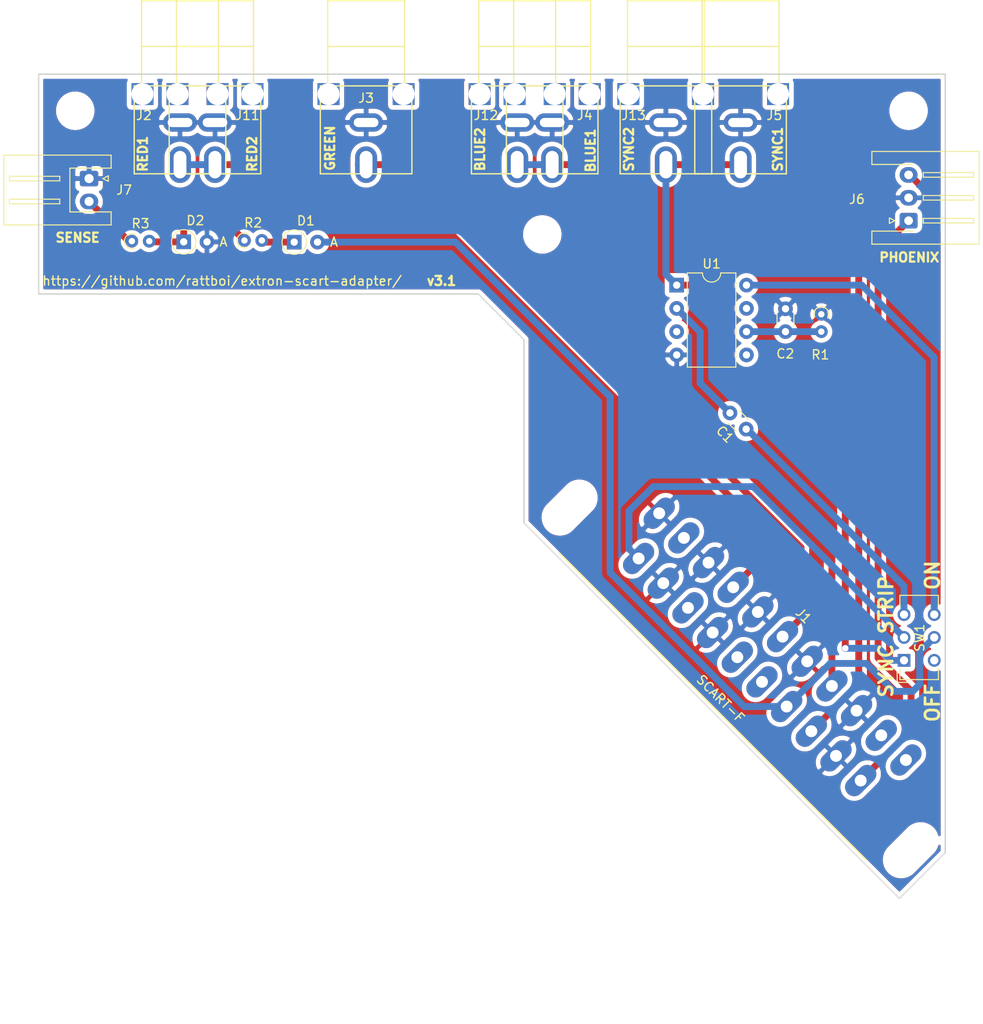
<source format=kicad_pcb>
(kicad_pcb (version 20190516) (host pcbnew "(5.1.0-1062-ge16bf40e6)")
  (layers (0 "F.Cu" signal) (31 "B.Cu" signal) (34 "B.Paste" user) (35 "F.Paste" user) (36 "B.SilkS" user) (37 "F.SilkS" user) (38 "B.Mask" user) (39 "F.Mask" user) (44 "Edge.Cuts" user))
  (net 0 "")
  (net 1 "GND")
  (net 2 "RED")
  (net 3 "SYNC")
  (net 4 "GREEN")
  (net 5 "BLUE")
  (net 6 "Net-(J1-Pad1)")
  (net 7 "Net-(J1-Pad16)")
  (net 8 "Net-(J1-Pad10)")
  (net 9 "Net-(J1-Pad12)")
  (net 10 "Net-(J1-Pad3)")
  (net 11 "Net-(J1-Pad19)")
  (net 12 "Net-(J1-Pad20)")
  (net 13 "Net-(J1-Pad2)")
  (net 14 "Net-(J1-Pad6)")
  (net 15 "Net-(C2-Pad1)")
  (net 16 "Net-(U1-Pad5)")
  (net 17 "Net-(C1-Pad2)")
  (net 18 "Net-(U1-Pad3)")
  (net 19 "Net-(U1-Pad7)")
  (net 20 "Net-(SW1-Pad6)")
  (net 21 "Net-(C1-Pad1)")
  (net 22 "Net-(SW1-Pad4)")
  (net 23 "Net-(J8-Pad1)")
  (net 24 "Net-(J10-Pad1)")
  (net 25 "SENSE")
  (net 26 "Net-(J7-Pad2)")
  (net 27 "Net-(D2-Pad1)")
  (net 28 "Net-(D1-Pad1)")
  (net 29 "Net-(J9-Pad1)")
  (module "extron-input:SCART_F_RA" (layer "F.Cu") (at 153.6436 141 135)
    (fp_text reference "J1" (at 0 8.3185 135) (layer "F.SilkS"))
    (fp_text value "SCART-F" (at 0 -4.5085 135) (layer "F.SilkS"))
    (fp_line (start -23.7 -5.7) (end 23.7 -5.7) (layer "F.SilkS") (width 0.15))
    (pad "" np_thru_hole oval (at 26.4 -1.4 135) (size 3 6) (drill oval 3 6) (layers *.Cu *.Mask))
    (pad "9" thru_hole oval (at -3.81 5.08 135) (size 2 4) (drill 1.3) (layers *.Cu *.Mask) (net 1 "GND"))
    (pad "8" thru_hole oval (at -5.715 0 135) (size 2 4) (drill 1.3) (layers *.Cu *.Mask) (net 25 "SENSE"))
    (pad "7" thru_hole oval (at -7.62 5.08 135) (size 2 4) (drill 1.3) (layers *.Cu *.Mask) (net 5 "BLUE"))
    (pad "6" thru_hole oval (at -9.525 0 135) (size 2 4) (drill 1.3) (layers *.Cu *.Mask) (net 14 "Net-(J1-Pad6)"))
    (pad "5" thru_hole oval (at -11.43 5.08 135) (size 2 4) (drill 1.3) (layers *.Cu *.Mask) (net 1 "GND"))
    (pad "4" thru_hole oval (at -13.335 0 135) (size 2 4) (drill 1.3) (layers *.Cu *.Mask) (net 1 "GND"))
    (pad "3" thru_hole oval (at -15.24 5.08 135) (size 2 4) (drill 1.3) (layers *.Cu *.Mask) (net 10 "Net-(J1-Pad3)"))
    (pad "2" thru_hole oval (at -17.145 0 135) (size 2 4) (drill 1.3) (layers *.Cu *.Mask) (net 13 "Net-(J1-Pad2)"))
    (pad "1" thru_hole oval (at -19.05 5.08 135) (size 2 4) (drill 1.3) (layers *.Cu *.Mask) (net 6 "Net-(J1-Pad1)"))
    (pad "21" thru_hole oval (at 19.05 5.08 135) (size 2 4) (drill 1.3) (layers *.Cu *.Mask) (net 1 "GND"))
    (pad "20" thru_hole oval (at 17.145 0 135) (size 2 4) (drill 1.3) (layers *.Cu *.Mask) (net 12 "Net-(J1-Pad20)"))
    (pad "19" thru_hole oval (at 15.24 5.08 135) (size 2 4) (drill 1.3) (layers *.Cu *.Mask) (net 11 "Net-(J1-Pad19)"))
    (pad "18" thru_hole oval (at 13.335 0 135) (size 2 4) (drill 1.3) (layers *.Cu *.Mask) (net 1 "GND"))
    (pad "17" thru_hole oval (at 11.43 5.08 135) (size 2 4) (drill 1.3) (layers *.Cu *.Mask) (net 1 "GND"))
    (pad "16" thru_hole oval (at 9.525 0 135) (size 2 4) (drill 1.3) (layers *.Cu *.Mask) (net 7 "Net-(J1-Pad16)"))
    (pad "15" thru_hole oval (at 7.62 5.08 135) (size 2 4) (drill 1.3) (layers *.Cu *.Mask) (net 2 "RED"))
    (pad "13" thru_hole oval (at 3.81 5.08 135) (size 2 4) (drill 1.3) (layers *.Cu *.Mask) (net 1 "GND"))
    (pad "11" thru_hole oval (at 0 5.08 135) (size 2 4) (drill 1.3) (layers *.Cu *.Mask) (net 4 "GREEN"))
    (pad "14" thru_hole oval (at 5.715 0 135) (size 2 4) (drill 1.3) (layers *.Cu *.Mask) (net 1 "GND"))
    (pad "12" thru_hole oval (at 1.905 0 135) (size 2 4) (drill 1.3) (layers *.Cu *.Mask) (net 9 "Net-(J1-Pad12)"))
    (pad "10" thru_hole oval (at -1.905 0 135) (size 2 4) (drill 1.3) (layers *.Cu *.Mask) (net 8 "Net-(J1-Pad10)"))
    (pad "" np_thru_hole oval (at -26.4 -1.5 135) (size 3 6) (drill oval 3 6) (layers *.Cu *.Mask))
  )
  (module "Package_DIP:DIP-8_W7.62mm" (layer "F.Cu") (at 145.676401 99.034801)
    (fp_text reference "U1" (at 3.81 -2.33) (layer "F.SilkS"))
    (fp_text value "LM1881")
    (fp_arc (start 3.81 -1.33) (end 2.81 -1.33) (angle -180) (layer "F.SilkS") (width 0.12))
    (fp_line (start 2.81 -1.33) (end 1.16 -1.33) (layer "F.SilkS") (width 0.12))
    (fp_line (start 1.16 -1.33) (end 1.16 8.95) (layer "F.SilkS") (width 0.12))
    (fp_line (start 1.16 8.95) (end 6.46 8.95) (layer "F.SilkS") (width 0.12))
    (fp_line (start 6.46 8.95) (end 6.46 -1.33) (layer "F.SilkS") (width 0.12))
    (fp_line (start 6.46 -1.33) (end 4.81 -1.33) (layer "F.SilkS") (width 0.12))
    (pad "8" thru_hole oval (at 7.62 0) (size 1.6 1.6) (drill 0.8) (layers *.Cu *.Mask) (net 20 "Net-(SW1-Pad6)"))
    (pad "4" thru_hole oval (at 0 7.62) (size 1.6 1.6) (drill 0.8) (layers *.Cu *.Mask) (net 1 "GND"))
    (pad "7" thru_hole oval (at 7.62 2.54) (size 1.6 1.6) (drill 0.8) (layers *.Cu *.Mask) (net 19 "Net-(U1-Pad7)"))
    (pad "3" thru_hole oval (at 0 5.08) (size 1.6 1.6) (drill 0.8) (layers *.Cu *.Mask) (net 18 "Net-(U1-Pad3)"))
    (pad "6" thru_hole oval (at 7.62 5.08) (size 1.6 1.6) (drill 0.8) (layers *.Cu *.Mask) (net 15 "Net-(C2-Pad1)"))
    (pad "2" thru_hole oval (at 0 2.54) (size 1.6 1.6) (drill 0.8) (layers *.Cu *.Mask) (net 17 "Net-(C1-Pad2)"))
    (pad "5" thru_hole oval (at 7.62 7.62) (size 1.6 1.6) (drill 0.8) (layers *.Cu *.Mask) (net 16 "Net-(U1-Pad5)"))
    (pad "1" thru_hole rect (at 0 0) (size 1.6 1.6) (drill 0.8) (layers *.Cu *.Mask) (net 3 "SYNC"))
  )
  (module "Resistor_THT:R_Axial_DIN0204_L3.6mm_D1.6mm_P1.90mm_Vertical" (layer "F.Cu") (at 161.4678 102.2146 270)
    (fp_text reference "R1" (at 4.4196 0.1016 180) (layer "F.SilkS"))
    (fp_text value "680KΩ")
    (fp_arc (start 0 0) (end 0.417133 -0.7) (angle -233.92106) (layer "F.SilkS") (width 0.12))
    (pad "2" thru_hole oval (at 1.9 0 270) (size 1.4 1.4) (drill 0.7) (layers *.Cu *.Mask) (net 15 "Net-(C2-Pad1)"))
    (pad "1" thru_hole circle (at 0 0 270) (size 1.4 1.4) (drill 0.7) (layers *.Cu *.Mask) (net 1 "GND"))
  )
  (module "Capacitor_THT:C_Disc_D3.0mm_W1.6mm_P2.50mm" (layer "F.Cu") (at 157.5562 104.1146 90)
    (fp_text reference "C2" (at -2.413 -0.0254 180) (layer "F.SilkS"))
    (fp_text value "0.1uF")
    (fp_line (start 0.621 -0.92) (end 1.879 -0.92) (layer "F.SilkS") (width 0.12))
    (fp_line (start 0.621 0.92) (end 1.879 0.92) (layer "F.SilkS") (width 0.12))
    (pad "2" thru_hole circle (at 2.5 0 90) (size 1.6 1.6) (drill 0.8) (layers *.Cu *.Mask) (net 1 "GND"))
    (pad "1" thru_hole circle (at 0 0 90) (size 1.6 1.6) (drill 0.8) (layers *.Cu *.Mask) (net 15 "Net-(C2-Pad1)"))
  )
  (module "Capacitor_THT:C_Disc_D3.0mm_W1.6mm_P2.50mm" (layer "F.Cu") (at 153.2636 114.7572 135)
    (fp_text reference "C1" (at 1.25 -2.05 135) (layer "F.SilkS"))
    (fp_text value "0.1uF")
    (fp_line (start 0.621 -0.92) (end 1.879 -0.92) (layer "F.SilkS") (width 0.12))
    (fp_line (start 0.621 0.92) (end 1.879 0.92) (layer "F.SilkS") (width 0.12))
    (pad "2" thru_hole circle (at 2.5 0 135) (size 1.6 1.6) (drill 0.8) (layers *.Cu *.Mask) (net 17 "Net-(C1-Pad2)"))
    (pad "1" thru_hole circle (at 0 0 135) (size 1.6 1.6) (drill 0.8) (layers *.Cu *.Mask) (net 21 "Net-(C1-Pad1)"))
  )
  (module "Button_Switch_THT:SW_CuK_JS202011AQN_DPDT_Angled" (layer "F.Cu") (at 170.5 140 90)
    (fp_text reference "SW1" (at 2.459 1.712 90) (layer "F.SilkS"))
    (fp_text value "SW_DPDT_x2")
    (fp_line (start -2.4 -0.75) (end -2.4 0.45) (layer "F.SilkS") (width 0.12))
    (fp_line (start -1.2 -0.75) (end -2.4 -0.75) (layer "F.SilkS") (width 0.12))
    (fp_line (start 7.1 3.75) (end 5.9 3.75) (layer "F.SilkS") (width 0.12))
    (fp_line (start 7.1 -0.45) (end 7.1 3.75) (layer "F.SilkS") (width 0.12))
    (fp_line (start 5.9 -0.45) (end 7.1 -0.45) (layer "F.SilkS") (width 0.12))
    (fp_line (start -2.1 3.75) (end -0.9 3.75) (layer "F.SilkS") (width 0.12))
    (fp_line (start -2.1 -0.45) (end -2.1 3.75) (layer "F.SilkS") (width 0.12))
    (fp_line (start -0.9 -0.45) (end -2.1 -0.45) (layer "F.SilkS") (width 0.12))
    (pad "6" thru_hole circle (at 5 3.3 90) (size 1.4 1.4) (drill 0.9) (layers *.Cu *.Mask) (net 20 "Net-(SW1-Pad6)"))
    (pad "5" thru_hole circle (at 2.5 3.3 90) (size 1.4 1.4) (drill 0.9) (layers *.Cu *.Mask) (net 25 "SENSE"))
    (pad "4" thru_hole circle (at 0 3.3 90) (size 1.4 1.4) (drill 0.9) (layers *.Cu *.Mask) (net 22 "Net-(SW1-Pad4)"))
    (pad "3" thru_hole circle (at 5 0 90) (size 1.4 1.4) (drill 0.9) (layers *.Cu *.Mask) (net 21 "Net-(C1-Pad1)"))
    (pad "2" thru_hole circle (at 2.5 0 90) (size 1.4 1.4) (drill 0.9) (layers *.Cu *.Mask) (net 12 "Net-(J1-Pad20)"))
    (pad "1" thru_hole rect (at 0 0 90) (size 1.4 1.4) (drill 0.9) (layers *.Cu *.Mask) (net 3 "SYNC"))
  )
  (module "Resistor_THT:R_Axial_DIN0204_L3.6mm_D1.6mm_P1.90mm_Vertical" (layer "F.Cu") (at 86.1822 94.234)
    (fp_text reference "R3" (at 0.95 -1.92) (layer "F.SilkS"))
    (fp_text value "1KΩ")
    (fp_arc (start 0 0) (end 0.417133 -0.7) (angle -233.92106) (layer "F.SilkS") (width 0.12))
    (pad "2" thru_hole oval (at 1.9 0) (size 1.4 1.4) (drill 0.7) (layers *.Cu *.Mask) (net 27 "Net-(D2-Pad1)"))
    (pad "1" thru_hole circle (at 0 0) (size 1.4 1.4) (drill 0.7) (layers *.Cu *.Mask) (net 26 "Net-(J7-Pad2)"))
  )
  (module "Resistor_THT:R_Axial_DIN0204_L3.6mm_D1.6mm_P1.90mm_Vertical" (layer "F.Cu") (at 98.4758 94.1578)
    (fp_text reference "R2" (at 0.95 -1.92) (layer "F.SilkS"))
    (fp_text value "100Ω")
    (fp_arc (start 0 0) (end 0.417133 -0.7) (angle -233.92106) (layer "F.SilkS") (width 0.12))
    (pad "2" thru_hole oval (at 1.9 0) (size 1.4 1.4) (drill 0.7) (layers *.Cu *.Mask) (net 28 "Net-(D1-Pad1)"))
    (pad "1" thru_hole circle (at 0 0) (size 1.4 1.4) (drill 0.7) (layers *.Cu *.Mask) (net 27 "Net-(D2-Pad1)"))
  )
  (module "Diode_THT:D_DO-35_SOD27_P2.54mm_Vertical_AnodeUp" (layer "F.Cu") (at 91.8464 94.3102)
    (fp_text reference "D2" (at 1.27 -2.326371) (layer "F.SilkS"))
    (fp_text value "1N4728A")
    (fp_circle (center 0 0) (end 1.326371 0) (layer "F.SilkS") (width 0.12))
    (fp_line (start 1.326371 0) (end 1.44 0) (layer "F.SilkS") (width 0.12))
    (fp_text user "A" (at 4.34 0) (layer "F.SilkS"))
    (pad "2" thru_hole oval (at 2.54 0) (size 1.6 1.6) (drill 0.8) (layers *.Cu *.Mask) (net 1 "GND"))
    (pad "1" thru_hole rect (at 0 0) (size 1.6 1.6) (drill 0.8) (layers *.Cu *.Mask) (net 27 "Net-(D2-Pad1)"))
  )
  (module "Diode_THT:D_DO-35_SOD27_P2.54mm_Vertical_AnodeUp" (layer "F.Cu") (at 103.9114 94.3356)
    (fp_text reference "D1" (at 1.27 -2.326371) (layer "F.SilkS"))
    (fp_text value "1N4148")
    (fp_circle (center 0 0) (end 1.326371 0) (layer "F.SilkS") (width 0.12))
    (fp_line (start 1.326371 0) (end 1.44 0) (layer "F.SilkS") (width 0.12))
    (fp_text user "A" (at 4.34 0) (layer "F.SilkS"))
    (pad "2" thru_hole oval (at 2.54 0) (size 1.6 1.6) (drill 0.8) (layers *.Cu *.Mask) (net 25 "SENSE"))
    (pad "1" thru_hole rect (at 0 0) (size 1.6 1.6) (drill 0.8) (layers *.Cu *.Mask) (net 28 "Net-(D1-Pad1)"))
  )
  (module "extron-input:rca_combined" (layer "F.Cu") (at 144.5 81.28 180)
    (fp_text reference "J13" (at 3.53 0.78 180) (layer "F.SilkS"))
    (fp_text value "SYNC2" (at 4.038 -2.921 270) (layer "F.SilkS") (effects (font (thickness 0.25))))
    (fp_line (start 4.1 8.3) (end -4.2 8.3) (layer "F.SilkS") (width 0.15))
    (fp_line (start -5 4) (end 5 4) (layer "F.SilkS") (width 0.15))
    (fp_line (start 5 4) (end 5 -5.6) (layer "F.SilkS") (width 0.15))
    (fp_line (start 5 -5.6) (end -5 -5.6) (layer "F.SilkS") (width 0.15))
    (fp_line (start -5 -5.6) (end -5 4) (layer "F.SilkS") (width 0.15))
    (fp_line (start -4.2 4) (end -4.2 13.3) (layer "F.SilkS") (width 0.15))
    (fp_line (start -4.2 13.3) (end 4.2 13.3) (layer "F.SilkS") (width 0.15))
    (fp_line (start 4.2 13.3) (end 4.2 4) (layer "F.SilkS") (width 0.15))
    (pad "" np_thru_hole rect (at 4.1 3.1 180) (size 2.4 2.4) (drill 2.4) (layers *.Cu *.Mask))
    (pad "2" thru_hole oval (at 0 -4.6 180) (size 2.4 4) (drill oval 1.4 3) (layers *.Cu *.Mask) (net 3 "SYNC"))
    (pad "1" thru_hole oval (at 0 0 180) (size 3.7 2) (drill oval 2.7 1) (layers *.Cu *.Mask) (net 1 "GND"))
  )
  (module "extron-input:rca_combined" (layer "F.Cu") (at 152.65 81.28 180)
    (fp_text reference "J5" (at -3.687 0.78 180) (layer "F.SilkS"))
    (fp_text value "SYNC1" (at -4.068 -2.921 270) (layer "F.SilkS") (effects (font (thickness 0.25))))
    (fp_line (start 4.1 8.3) (end -4.2 8.3) (layer "F.SilkS") (width 0.15))
    (fp_line (start -5 4) (end 5 4) (layer "F.SilkS") (width 0.15))
    (fp_line (start 5 4) (end 5 -5.6) (layer "F.SilkS") (width 0.15))
    (fp_line (start 5 -5.6) (end -5 -5.6) (layer "F.SilkS") (width 0.15))
    (fp_line (start -5 -5.6) (end -5 4) (layer "F.SilkS") (width 0.15))
    (fp_line (start -4.2 4) (end -4.2 13.3) (layer "F.SilkS") (width 0.15))
    (fp_line (start -4.2 13.3) (end 4.2 13.3) (layer "F.SilkS") (width 0.15))
    (fp_line (start 4.2 13.3) (end 4.2 4) (layer "F.SilkS") (width 0.15))
    (pad "" np_thru_hole rect (at 4.1 3.1 180) (size 2.4 2.4) (drill 2.4) (layers *.Cu *.Mask))
    (pad "" np_thru_hole rect (at -4.1 3.1 180) (size 2.4 2.4) (drill 2.4) (layers *.Cu *.Mask))
    (pad "2" thru_hole oval (at 0 -4.6 180) (size 2.4 4) (drill oval 1.4 3) (layers *.Cu *.Mask) (net 3 "SYNC"))
    (pad "1" thru_hole oval (at 0 0 180) (size 3.7 2) (drill oval 2.7 1) (layers *.Cu *.Mask) (net 1 "GND"))
  )
  (module "MountingHole:MountingHole_3.2mm_M3" (layer "F.Cu") (at 131 93.5)
    (fp_text reference "J9" hide)
    (fp_text value "Conn_01x01")
    (pad "1" np_thru_hole circle (at 0 0) (size 3.2 3.2) (drill 3.2) (layers *.Cu *.Mask) (net 29 "Net-(J9-Pad1)"))
  )
  (module "Connector_JST:JST_XH_S2B-XH-A_1x02_P2.50mm_Horizontal" (layer "F.Cu") (at 81.5086 87.4014 270)
    (fp_text reference "J7" (at 1.25 -3.8354 180) (layer "F.SilkS"))
    (fp_text value "SENSE" (at 6.4516 1.2446 180) (layer "F.SilkS") (effects (font (thickness 0.25))))
    (fp_line (start 1.25 9.31) (end -2.56 9.31) (layer "F.SilkS") (width 0.12))
    (fp_line (start -2.56 9.31) (end -2.56 -2.41) (layer "F.SilkS") (width 0.12))
    (fp_line (start -2.56 -2.41) (end -1.14 -2.41) (layer "F.SilkS") (width 0.12))
    (fp_line (start -1.14 -2.41) (end -1.14 2.09) (layer "F.SilkS") (width 0.12))
    (fp_line (start -1.14 2.09) (end 1.25 2.09) (layer "F.SilkS") (width 0.12))
    (fp_line (start 1.25 9.31) (end 5.06 9.31) (layer "F.SilkS") (width 0.12))
    (fp_line (start 5.06 9.31) (end 5.06 -2.41) (layer "F.SilkS") (width 0.12))
    (fp_line (start 5.06 -2.41) (end 3.64 -2.41) (layer "F.SilkS") (width 0.12))
    (fp_line (start 3.64 -2.41) (end 3.64 2.09) (layer "F.SilkS") (width 0.12))
    (fp_line (start 3.64 2.09) (end 1.25 2.09) (layer "F.SilkS") (width 0.12))
    (fp_line (start -0.25 3.2) (end -0.25 8.7) (layer "F.SilkS") (width 0.12))
    (fp_line (start -0.25 8.7) (end 0.25 8.7) (layer "F.SilkS") (width 0.12))
    (fp_line (start 0.25 8.7) (end 0.25 3.2) (layer "F.SilkS") (width 0.12))
    (fp_line (start 0.25 3.2) (end -0.25 3.2) (layer "F.SilkS") (width 0.12))
    (fp_line (start 2.25 3.2) (end 2.25 8.7) (layer "F.SilkS") (width 0.12))
    (fp_line (start 2.25 8.7) (end 2.75 8.7) (layer "F.SilkS") (width 0.12))
    (fp_line (start 2.75 8.7) (end 2.75 3.2) (layer "F.SilkS") (width 0.12))
    (fp_line (start 2.75 3.2) (end 2.25 3.2) (layer "F.SilkS") (width 0.12))
    (fp_line (start 0 -1.5) (end -0.3 -2.1) (layer "F.SilkS") (width 0.12))
    (fp_line (start -0.3 -2.1) (end 0.3 -2.1) (layer "F.SilkS") (width 0.12))
    (fp_line (start 0.3 -2.1) (end 0 -1.5) (layer "F.SilkS") (width 0.12))
    (pad "2" thru_hole oval (at 2.5 0 270) (size 1.7 2) (drill 1) (layers *.Cu *.Mask) (net 26 "Net-(J7-Pad2)"))
    (pad "1" thru_hole roundrect (at 0 0 270) (size 1.7 2) (drill 1) (layers *.Cu *.Mask) (roundrect_rratio 0.147059) (net 1 "GND"))
  )
  (module "Connector_JST:JST_XH_S3B-XH-A-1_1x03_P2.50mm_Horizontal" (layer "F.Cu") (at 171 92 90)
    (fp_text reference "J6" (at 2.338 -5.646 180) (layer "F.SilkS"))
    (fp_text value "PHOENIX" (at -4.012 0.069 180) (layer "F.SilkS") (effects (font (thickness 0.25))))
    (fp_line (start 2.5 7.71) (end -2.56 7.71) (layer "F.SilkS") (width 0.12))
    (fp_line (start -2.56 7.71) (end -2.56 -4.01) (layer "F.SilkS") (width 0.12))
    (fp_line (start -2.56 -4.01) (end -1.14 -4.01) (layer "F.SilkS") (width 0.12))
    (fp_line (start -1.14 -4.01) (end -1.14 0.49) (layer "F.SilkS") (width 0.12))
    (fp_line (start 2.5 7.71) (end 7.56 7.71) (layer "F.SilkS") (width 0.12))
    (fp_line (start 7.56 7.71) (end 7.56 -4.01) (layer "F.SilkS") (width 0.12))
    (fp_line (start 7.56 -4.01) (end 6.14 -4.01) (layer "F.SilkS") (width 0.12))
    (fp_line (start 6.14 -4.01) (end 6.14 0.49) (layer "F.SilkS") (width 0.12))
    (fp_line (start -0.25 1.6) (end -0.25 7.1) (layer "F.SilkS") (width 0.12))
    (fp_line (start -0.25 7.1) (end 0.25 7.1) (layer "F.SilkS") (width 0.12))
    (fp_line (start 0.25 7.1) (end 0.25 1.6) (layer "F.SilkS") (width 0.12))
    (fp_line (start 0.25 1.6) (end -0.25 1.6) (layer "F.SilkS") (width 0.12))
    (fp_line (start 2.25 1.6) (end 2.25 7.1) (layer "F.SilkS") (width 0.12))
    (fp_line (start 2.25 7.1) (end 2.75 7.1) (layer "F.SilkS") (width 0.12))
    (fp_line (start 2.75 7.1) (end 2.75 1.6) (layer "F.SilkS") (width 0.12))
    (fp_line (start 2.75 1.6) (end 2.25 1.6) (layer "F.SilkS") (width 0.12))
    (fp_line (start 4.75 1.6) (end 4.75 7.1) (layer "F.SilkS") (width 0.12))
    (fp_line (start 4.75 7.1) (end 5.25 7.1) (layer "F.SilkS") (width 0.12))
    (fp_line (start 5.25 7.1) (end 5.25 1.6) (layer "F.SilkS") (width 0.12))
    (fp_line (start 5.25 1.6) (end 4.75 1.6) (layer "F.SilkS") (width 0.12))
    (fp_line (start 0 -1.5) (end -0.3 -2.1) (layer "F.SilkS") (width 0.12))
    (fp_line (start -0.3 -2.1) (end 0.3 -2.1) (layer "F.SilkS") (width 0.12))
    (fp_line (start 0.3 -2.1) (end 0 -1.5) (layer "F.SilkS") (width 0.12))
    (pad "3" thru_hole oval (at 5 0 90) (size 1.7 1.95) (drill 0.95) (layers *.Cu *.Mask) (net 13 "Net-(J1-Pad2)"))
    (pad "2" thru_hole oval (at 2.5 0 90) (size 1.7 1.95) (drill 0.95) (layers *.Cu *.Mask) (net 1 "GND"))
    (pad "1" thru_hole roundrect (at 0 0 90) (size 1.7 1.95) (drill 0.95) (layers *.Cu *.Mask) (roundrect_rratio 0.147059) (net 14 "Net-(J1-Pad6)"))
  )
  (module "extron-input:rca_combined" (layer "F.Cu") (at 128.26 81.28 180)
    (fp_text reference "J12" (at 3.419 0.78) (layer "F.SilkS"))
    (fp_text value "BLUE2" (at 4.054 -2.921 90) (layer "F.SilkS") (effects (font (thickness 0.25))))
    (fp_line (start 4.1 8.3) (end -4.2 8.3) (layer "F.SilkS") (width 0.15))
    (fp_line (start -5 4) (end 5 4) (layer "F.SilkS") (width 0.15))
    (fp_line (start 5 4) (end 5 -5.6) (layer "F.SilkS") (width 0.15))
    (fp_line (start 5 -5.6) (end -5 -5.6) (layer "F.SilkS") (width 0.15))
    (fp_line (start -5 -5.6) (end -5 4) (layer "F.SilkS") (width 0.15))
    (fp_line (start -4.2 4) (end -4.2 13.3) (layer "F.SilkS") (width 0.15))
    (fp_line (start -4.2 13.3) (end 4.2 13.3) (layer "F.SilkS") (width 0.15))
    (fp_line (start 4.2 13.3) (end 4.2 4) (layer "F.SilkS") (width 0.15))
    (pad "" np_thru_hole rect (at 4.1 3.1 180) (size 2.4 2.4) (drill 2.4) (layers *.Cu *.Mask))
    (pad "" np_thru_hole rect (at -4.1 3.1 180) (size 2.4 2.4) (drill 2.4) (layers *.Cu *.Mask))
    (pad "2" thru_hole oval (at 0 -4.6 180) (size 2.4 4) (drill oval 1.4 3) (layers *.Cu *.Mask) (net 5 "BLUE"))
    (pad "1" thru_hole oval (at 0 0 180) (size 3.7 2) (drill oval 2.7 1) (layers *.Cu *.Mask) (net 1 "GND"))
  )
  (module "extron-input:rca_combined" (layer "F.Cu") (at 95.26 81.28 180)
    (fp_text reference "J11" (at -3.546 0.78) (layer "F.SilkS"))
    (fp_text value "RED2" (at -4.054 -3.429 90) (layer "F.SilkS") (effects (font (thickness 0.25))))
    (fp_line (start 4.1 8.3) (end -4.2 8.3) (layer "F.SilkS") (width 0.15))
    (fp_line (start -5 4) (end 5 4) (layer "F.SilkS") (width 0.15))
    (fp_line (start 5 4) (end 5 -5.6) (layer "F.SilkS") (width 0.15))
    (fp_line (start 5 -5.6) (end -5 -5.6) (layer "F.SilkS") (width 0.15))
    (fp_line (start -5 -5.6) (end -5 4) (layer "F.SilkS") (width 0.15))
    (fp_line (start -4.2 4) (end -4.2 13.3) (layer "F.SilkS") (width 0.15))
    (fp_line (start -4.2 13.3) (end 4.2 13.3) (layer "F.SilkS") (width 0.15))
    (fp_line (start 4.2 13.3) (end 4.2 4) (layer "F.SilkS") (width 0.15))
    (pad "" np_thru_hole rect (at 4.1 3.1 180) (size 2.4 2.4) (drill 2.4) (layers *.Cu *.Mask))
    (pad "" np_thru_hole rect (at -4.1 3.1 180) (size 2.4 2.4) (drill 2.4) (layers *.Cu *.Mask))
    (pad "2" thru_hole oval (at 0 -4.6 180) (size 2.4 4) (drill oval 1.4 3) (layers *.Cu *.Mask) (net 2 "RED"))
    (pad "1" thru_hole oval (at 0 0 180) (size 3.7 2) (drill oval 2.7 1) (layers *.Cu *.Mask) (net 1 "GND"))
  )
  (module "extron-input:rca_combined" (layer "F.Cu") (at 111.76 81.28 180)
    (fp_text reference "J3" (at 0 2.667 180) (layer "F.SilkS"))
    (fp_text value "GREEN" (at 3.937 -2.794 270) (layer "F.SilkS") (effects (font (thickness 0.25))))
    (fp_line (start 4.1 8.3) (end -4.2 8.3) (layer "F.SilkS") (width 0.15))
    (fp_line (start -5 4) (end 5 4) (layer "F.SilkS") (width 0.15))
    (fp_line (start 5 4) (end 5 -5.6) (layer "F.SilkS") (width 0.15))
    (fp_line (start 5 -5.6) (end -5 -5.6) (layer "F.SilkS") (width 0.15))
    (fp_line (start -5 -5.6) (end -5 4) (layer "F.SilkS") (width 0.15))
    (fp_line (start -4.2 4) (end -4.2 13.3) (layer "F.SilkS") (width 0.15))
    (fp_line (start -4.2 13.3) (end 4.2 13.3) (layer "F.SilkS") (width 0.15))
    (fp_line (start 4.2 13.3) (end 4.2 4) (layer "F.SilkS") (width 0.15))
    (pad "" np_thru_hole rect (at 4.1 3.1 180) (size 2.4 2.4) (drill 2.4) (layers *.Cu *.Mask))
    (pad "" np_thru_hole rect (at -4.1 3.1 180) (size 2.4 2.4) (drill 2.4) (layers *.Cu *.Mask))
    (pad "2" thru_hole oval (at 0 -4.6 180) (size 2.4 4) (drill oval 1.4 3) (layers *.Cu *.Mask) (net 4 "GREEN"))
    (pad "1" thru_hole oval (at 0 0 180) (size 3.7 2) (drill oval 2.7 1) (layers *.Cu *.Mask) (net 1 "GND"))
  )
  (module "extron-input:rca_combined" (layer "F.Cu") (at 91.44 81.28 180)
    (fp_text reference "J2" (at 3.937 0.78) (layer "F.SilkS"))
    (fp_text value "RED1" (at 4.064 -3.429 90) (layer "F.SilkS") (effects (font (thickness 0.25))))
    (fp_line (start 4.1 8.3) (end -4.2 8.3) (layer "F.SilkS") (width 0.15))
    (fp_line (start -5 4) (end 5 4) (layer "F.SilkS") (width 0.15))
    (fp_line (start 5 4) (end 5 -5.6) (layer "F.SilkS") (width 0.15))
    (fp_line (start 5 -5.6) (end -5 -5.6) (layer "F.SilkS") (width 0.15))
    (fp_line (start -5 -5.6) (end -5 4) (layer "F.SilkS") (width 0.15))
    (fp_line (start -4.2 4) (end -4.2 13.3) (layer "F.SilkS") (width 0.15))
    (fp_line (start -4.2 13.3) (end 4.2 13.3) (layer "F.SilkS") (width 0.15))
    (fp_line (start 4.2 13.3) (end 4.2 4) (layer "F.SilkS") (width 0.15))
    (pad "" np_thru_hole rect (at 4.1 3.1 180) (size 2.4 2.4) (drill 2.4) (layers *.Cu *.Mask))
    (pad "" np_thru_hole rect (at -4.1 3.1 180) (size 2.4 2.4) (drill 2.4) (layers *.Cu *.Mask))
    (pad "2" thru_hole oval (at 0 -4.6 180) (size 2.4 4) (drill oval 1.4 3) (layers *.Cu *.Mask) (net 2 "RED"))
    (pad "1" thru_hole oval (at 0 0 180) (size 3.7 2) (drill oval 2.7 1) (layers *.Cu *.Mask) (net 1 "GND"))
  )
  (module "extron-input:rca_combined" (layer "F.Cu") (at 132.08 81.28 180)
    (fp_text reference "J4" (at -3.556 0.78) (layer "F.SilkS"))
    (fp_text value "BLUE1" (at -4.191 -3.048 270) (layer "F.SilkS") (effects (font (thickness 0.25))))
    (fp_line (start 4.1 8.3) (end -4.2 8.3) (layer "F.SilkS") (width 0.15))
    (fp_line (start -5 4) (end 5 4) (layer "F.SilkS") (width 0.15))
    (fp_line (start 5 4) (end 5 -5.6) (layer "F.SilkS") (width 0.15))
    (fp_line (start 5 -5.6) (end -5 -5.6) (layer "F.SilkS") (width 0.15))
    (fp_line (start -5 -5.6) (end -5 4) (layer "F.SilkS") (width 0.15))
    (fp_line (start -4.2 4) (end -4.2 13.3) (layer "F.SilkS") (width 0.15))
    (fp_line (start -4.2 13.3) (end 4.2 13.3) (layer "F.SilkS") (width 0.15))
    (fp_line (start 4.2 13.3) (end 4.2 4) (layer "F.SilkS") (width 0.15))
    (pad "" np_thru_hole rect (at 4.1 3.1 180) (size 2.4 2.4) (drill 2.4) (layers *.Cu *.Mask))
    (pad "" np_thru_hole rect (at -4.1 3.1 180) (size 2.4 2.4) (drill 2.4) (layers *.Cu *.Mask))
    (pad "2" thru_hole oval (at 0 -4.6 180) (size 2.4 4) (drill oval 1.4 3) (layers *.Cu *.Mask) (net 5 "BLUE"))
    (pad "1" thru_hole oval (at 0 0 180) (size 3.7 2) (drill oval 2.7 1) (layers *.Cu *.Mask) (net 1 "GND"))
  )
  (module "MountingHole:MountingHole_3.2mm_M3" (layer "F.Cu") (at 80 80)
    (fp_text reference "J10" hide)
    (fp_text value "Conn_01x01")
    (pad "1" np_thru_hole circle (at 0 0) (size 3.2 3.2) (drill 3.2) (layers *.Cu *.Mask) (net 24 "Net-(J10-Pad1)"))
  )
  (module "MountingHole:MountingHole_3.2mm_M3" (layer "F.Cu") (at 171 80)
    (fp_text reference "J8" hide)
    (fp_text value "Conn_01x01" hide)
    (pad "1" np_thru_hole circle (at 0 0) (size 3.2 3.2) (drill 3.2) (layers *.Cu *.Mask) (net 23 "Net-(J8-Pad1)"))
  )
  (gr_text "SYNC STRIP" (at 168.529 137.414 90) (layer "F.SilkS") (effects (font (size 1.5 1.5) (thickness 0.3))))
  (gr_text "OFF         ON" (at 173.609 137.922 90) (layer "F.SilkS") (effects (font (size 1.5 1.5) (thickness 0.3))))
  (gr_line (start 129 105) (end 124 100) (layer "Edge.Cuts") (width 0.15))
  (gr_line (start 129 105) (end 129 125) (layer "Edge.Cuts") (width 0.15))
  (gr_line (start 76 100) (end 124 100) (layer "Edge.Cuts") (width 0.15))
  (gr_line (start 175 161) (end 170 166) (layer "Edge.Cuts") (width 0.15))
  (gr_line (start 175 161) (end 175 76) (layer "Edge.Cuts") (width 0.15))
  (gr_text "v3.1" (at 120 98.5774) (layer "F.SilkS") (effects (font (size 1 1) (thickness 0.25))))
  (gr_text "https://github.com/rattboi/extron-scart-adapter/\n" (at 96.0374 98.5774) (layer "F.SilkS") (effects (font (size 1 1))))
  (gr_line (start 76 76) (end 175 76) (layer "Edge.Cuts") (width 0.15))
  (gr_line (start 76 100) (end 76 76) (layer "Edge.Cuts") (width 0.15))
  (gr_line (start 170 166) (end 129 125) (layer "Edge.Cuts") (width 0.15))
  (segment (start 164.084002 138.145185) (end 164.084002 138.684) (width 0.75) (layer "F.Cu") (net 3))
  (segment (start 170.5 140) (end 169.05 140) (width 0.75) (layer "B.Cu") (net 3))
  (segment (start 164.084002 121.208802) (end 164.084002 138.145185) (width 0.75) (layer "F.Cu") (net 3))
  (segment (start 167.734 138.684) (end 164.084002 138.684) (width 0.75) (layer "B.Cu") (net 3))
  (segment (start 169.05 140) (end 167.734 138.684) (width 0.75) (layer "B.Cu") (net 3))
  (segment (start 147.226401 99.034801) (end 150.241 102.0494) (width 0.75) (layer "F.Cu") (net 3))
  (segment (start 145.676401 99.034801) (end 147.226401 99.034801) (width 0.75) (layer "F.Cu") (net 3))
  (segment (start 150.241 102.0494) (end 150.241 107.3658) (width 0.75) (layer "F.Cu") (net 3))
  (via (at 164.084002 138.684) (size 0.762) (drill 0.701) (layers "F.Cu" "B.Cu") (net 3))
  (segment (start 150.241 107.3658) (end 164.084002 121.208802) (width 0.75) (layer "F.Cu") (net 3))
  (segment (start 173.8 135) (end 173.7848 134.9848) (width 0.75) (layer "B.Cu") (net 20))
  (segment (start 173.7848 106.932) (end 165.887601 99.034801) (width 0.75) (layer "B.Cu") (net 20))
  (segment (start 173.8 125) (end 173.8 135) (width 0.75) (layer "B.Cu") (net 20))
  (segment (start 173.7848 134.9848) (end 173.7848 106.932) (width 0.75) (layer "B.Cu") (net 20))
  (segment (start 165.887601 99.034801) (end 153.296401 99.034801) (width 0.75) (layer "B.Cu") (net 20))
  (segment (start 169.418 143.383) (end 171.45 143.383) (width 0.75) (layer "B.Cu") (net 25))
  (segment (start 166.37 140.335) (end 169.418 143.383) (width 0.75) (layer "B.Cu") (net 25))
  (segment (start 157.684715 145.041115) (end 157.726885 145.041115) (width 0.75) (layer "B.Cu") (net 25))
  (segment (start 157.726885 145.041115) (end 162.433 140.335) (width 0.75) (layer "B.Cu") (net 25))
  (segment (start 172.212 139.088) (end 173.100001 138.199999) (width 0.75) (layer "B.Cu") (net 25))
  (segment (start 173.100001 138.199999) (end 173.8 137.5) (width 0.75) (layer "B.Cu") (net 25))
  (segment (start 162.433 140.335) (end 166.37 140.335) (width 0.75) (layer "B.Cu") (net 25))
  (segment (start 171.45 143.383) (end 172.212 142.621) (width 0.75) (layer "B.Cu") (net 25))
  (segment (start 172.212 142.621) (end 172.212 139.088) (width 0.75) (layer "B.Cu") (net 25))
  (segment (start 170.5 131.892) (end 153.3652 114.7572) (width 0.75) (layer "B.Cu") (net 21))
  (segment (start 170.5 135) (end 170.5 131.892) (width 0.75) (layer "B.Cu") (net 21))
  (segment (start 153.3652 114.7572) (end 153.2636 114.7572) (width 0.75) (layer "B.Cu") (net 21))
  (segment (start 154.031 121.031) (end 168.148 135.148) (width 0.75) (layer "B.Cu") (net 12))
  (segment (start 140.462 127.8184) (end 140.462 123.698) (width 0.75) (layer "B.Cu") (net 12))
  (segment (start 140.462 123.698) (end 143.129 121.031) (width 0.75) (layer "B.Cu") (net 12))
  (segment (start 143.129 121.031) (end 154.031 121.031) (width 0.75) (layer "B.Cu") (net 12))
  (segment (start 141.520254 128.876654) (end 140.462 127.8184) (width 0.75) (layer "B.Cu") (net 12))
  (segment (start 168.148 135.148) (end 170.688 137.688) (width 0.75) (layer "B.Cu") (net 12))
  (segment (start 167.6654 98.806) (end 173.3804 93.091) (width 0.75) (layer "F.Cu") (net 13))
  (segment (start 165.766946 153.123346) (end 171.2722 147.618092) (width 0.75) (layer "F.Cu") (net 13))
  (segment (start 167.6654 139.7254) (end 167.6654 98.806) (width 0.75) (layer "F.Cu") (net 13))
  (segment (start 171.125 87) (end 171 87) (width 0.75) (layer "F.Cu") (net 13))
  (segment (start 171.2722 143.3322) (end 167.6654 139.7254) (width 0.75) (layer "F.Cu") (net 13))
  (segment (start 171.2722 147.618092) (end 171.2722 143.3322) (width 0.75) (layer "F.Cu") (net 13))
  (segment (start 173.3804 93.091) (end 173.3804 89.2554) (width 0.75) (layer "F.Cu") (net 13))
  (segment (start 173.3804 89.2554) (end 171.125 87) (width 0.75) (layer "F.Cu") (net 13))
  (segment (start 120.396 91.0336) (end 102.3636 91.0336) (width 0.75) (layer "F.Cu") (net 2))
  (segment (start 151.847549 132.019744) (end 153.924 129.943293) (width 0.75) (layer "F.Cu") (net 2))
  (segment (start 102.3636 91.0336) (end 97.21 85.88) (width 0.75) (layer "F.Cu") (net 2))
  (segment (start 153.924 124.5616) (end 120.396 91.0336) (width 0.75) (layer "F.Cu") (net 2))
  (segment (start 153.924 129.943293) (end 153.924 124.5616) (width 0.75) (layer "F.Cu") (net 2))
  (segment (start 97.21 85.88) (end 95.26 85.88) (width 0.75) (layer "F.Cu") (net 2))
  (segment (start 159.258 135.3856) (end 159.258 127.6858) (width 0.75) (layer "F.Cu") (net 4))
  (segment (start 157.235702 137.407898) (end 159.258 135.3856) (width 0.75) (layer "F.Cu") (net 4))
  (segment (start 159.258 127.6858) (end 117.4522 85.88) (width 0.75) (layer "F.Cu") (net 4))
  (segment (start 117.4522 85.88) (end 113.71 85.88) (width 0.75) (layer "F.Cu") (net 4))
  (segment (start 113.71 85.88) (end 111.76 85.88) (width 0.75) (layer "F.Cu") (net 4))
  (segment (start 121.5136 94.3356) (end 107.58277 94.3356) (width 0.75) (layer "B.Cu") (net 25))
  (segment (start 138.4046 111.2266) (end 121.5136 94.3356) (width 0.75) (layer "B.Cu") (net 25))
  (segment (start 107.58277 94.3356) (end 106.4514 94.3356) (width 0.75) (layer "B.Cu") (net 25))
  (segment (start 138.4046 130.4036) (end 138.4046 111.2266) (width 0.75) (layer "B.Cu") (net 25))
  (segment (start 157.684715 145.041115) (end 153.042115 145.041115) (width 0.75) (layer "B.Cu") (net 25))
  (segment (start 153.042115 145.041115) (end 138.4046 130.4036) (width 0.75) (layer "B.Cu") (net 25))
  (segment (start 162.623856 128.664056) (end 140.9954 107.0356) (width 0.75) (layer "F.Cu") (net 5))
  (segment (start 162.623856 142.796051) (end 162.623856 128.664056) (width 0.75) (layer "F.Cu") (net 5))
  (segment (start 140.9954 91.7194) (end 135.156 85.88) (width 0.75) (layer "F.Cu") (net 5))
  (segment (start 135.156 85.88) (end 132.08 85.88) (width 0.75) (layer "F.Cu") (net 5))
  (segment (start 140.9954 107.0356) (end 140.9954 91.7194) (width 0.75) (layer "F.Cu") (net 5))
  (segment (start 165.5572 142.556784) (end 165.5572 97.4428) (width 0.75) (layer "F.Cu") (net 14))
  (segment (start 160.378792 147.735192) (end 165.5572 142.556784) (width 0.75) (layer "F.Cu") (net 14))
  (segment (start 165.5572 97.4428) (end 171 92) (width 0.75) (layer "F.Cu") (net 14))
  (segment (start 103.9114 94.3356) (end 100.5536 94.3356) (width 0.75) (layer "F.Cu") (net 28))
  (segment (start 100.5536 94.3356) (end 100.3758 94.1578) (width 0.75) (layer "F.Cu") (net 28))
  (segment (start 91.8464 94.3102) (end 88.1584 94.3102) (width 0.75) (layer "F.Cu") (net 27))
  (segment (start 88.1584 94.3102) (end 88.0822 94.234) (width 0.75) (layer "F.Cu") (net 27))
  (segment (start 98.4758 94.1578) (end 96.7994 92.4814) (width 0.75) (layer "F.Cu") (net 27))
  (segment (start 91.8464 92.7602) (end 91.8464 94.3102) (width 0.75) (layer "F.Cu") (net 27))
  (segment (start 96.7994 92.4814) (end 92.1252 92.4814) (width 0.75) (layer "F.Cu") (net 27))
  (segment (start 92.1252 92.4814) (end 91.8464 92.7602) (width 0.75) (layer "F.Cu") (net 27))
  (segment (start 86.1822 94.234) (end 85.8412 94.234) (width 0.75) (layer "F.Cu") (net 26))
  (segment (start 85.8412 94.234) (end 81.5086 89.9014) (width 0.75) (layer "F.Cu") (net 26))
  (segment (start 148.2344 109.728) (end 148.2344 104.1328) (width 0.75) (layer "B.Cu") (net 17))
  (segment (start 151.495833 112.989433) (end 148.2344 109.728) (width 0.75) (layer "B.Cu") (net 17))
  (segment (start 148.2344 104.1328) (end 145.676401 101.574801) (width 0.75) (layer "B.Cu") (net 17))
  (segment (start 157.5562 104.1146) (end 161.4678 104.1146) (width 0.75) (layer "B.Cu") (net 15))
  (segment (start 153.296401 104.114801) (end 157.555999 104.114801) (width 0.75) (layer "B.Cu") (net 15))
  (segment (start 157.555999 104.114801) (end 157.5562 104.1146) (width 0.75) (layer "B.Cu") (net 15))
  (segment (start 132.08 85.88) (end 132.08 86.9569) (width 0.75) (layer "B.Cu") (net 5))
  (segment (start 128.26 85.88) (end 132.08 85.88) (width 0.75) (layer "B.Cu") (net 5))
  (segment (start 110.9065 85.88) (end 111.76 85.88) (width 0.75) (layer "B.Cu") (net 4))
  (segment (start 144.5 85.88) (end 144.5 97.8584) (width 0.75) (layer "B.Cu") (net 3))
  (segment (start 144.5 97.8584) (end 145.676401 99.034801) (width 0.75) (layer "B.Cu") (net 3))
  (segment (start 144.76 85.88) (end 144.5 85.88) (width 0.75) (layer "F.Cu") (net 3))
  (segment (start 144.76 85.88) (end 146.71 85.88) (width 0.75) (layer "F.Cu") (net 3))
  (segment (start 146.71 85.88) (end 152.4 85.88) (width 0.75) (layer "F.Cu") (net 3))
  (segment (start 144.76 86.68) (end 144.76 85.88) (width 0.75) (layer "F.Cu") (net 3))
  (segment (start 152.4 87.249) (end 152.4 85.88) (width 0.75) (layer "F.Cu") (net 3))
  (segment (start 91.44 85.88) (end 95.26 85.88) (width 0.75) (layer "B.Cu") (net 2))
  (segment (start 91.44 85.88) (end 91.722 85.88) (width 0.75) (layer "B.Cu") (net 2))
  (zone (net 1) (net_name "GND") (layer "B.Cu") (connect_pads (clearance 0.508)) (min_thickness 0.254) (fill yes (thermal_gap 0.508) (thermal_bridge_width 0.508))
    (polygon (pts (xy 75.311 75.438) (xy 175.514 75.438) (xy 175.768 179.705) (xy 75.184 107.315) (xy 75.184 75.438)))
  )
  (zone (net 1) (net_name "GND") (layer "F.Cu") (connect_pads (clearance 0.508)) (min_thickness 0.254) (fill yes (thermal_gap 0.508) (thermal_bridge_width 0.508))
    (polygon (pts (xy 75.311 75.415316) (xy 175.514 75.415316) (xy 175.768 179.705) (xy 75.184 107.315) (xy 75.184 75.415316)))
  )
)
</source>
